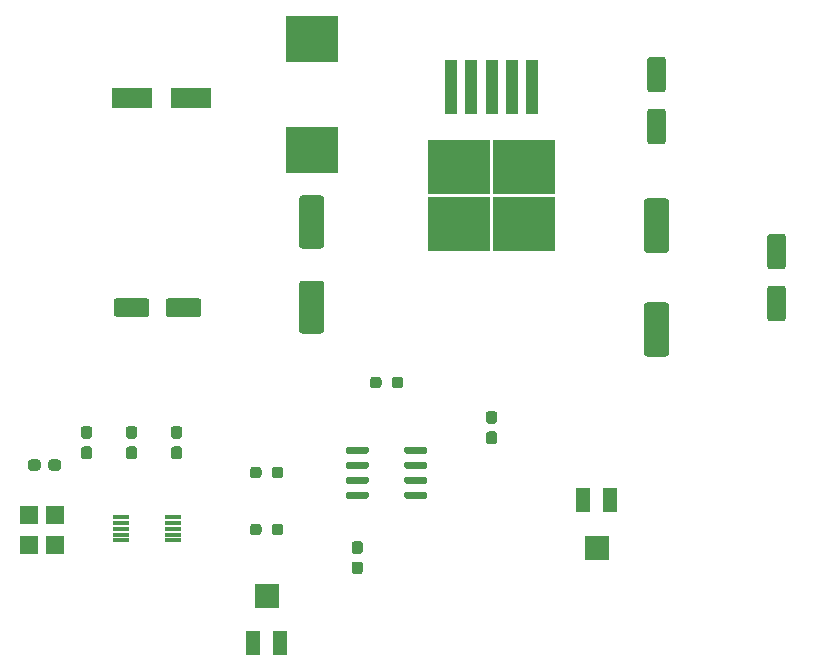
<source format=gbr>
%TF.GenerationSoftware,KiCad,Pcbnew,5.1.9*%
%TF.CreationDate,2021-03-27T23:39:32+08:00*%
%TF.ProjectId,ad-9833,61642d39-3833-4332-9e6b-696361645f70,rev?*%
%TF.SameCoordinates,Original*%
%TF.FileFunction,Paste,Top*%
%TF.FilePolarity,Positive*%
%FSLAX46Y46*%
G04 Gerber Fmt 4.6, Leading zero omitted, Abs format (unit mm)*
G04 Created by KiCad (PCBNEW 5.1.9) date 2021-03-27 23:39:32*
%MOMM*%
%LPD*%
G01*
G04 APERTURE LIST*
%ADD10R,4.500000X4.000000*%
%ADD11R,3.500000X1.800000*%
%ADD12R,1.500000X1.600000*%
%ADD13R,1.300000X2.000000*%
%ADD14R,2.000000X2.000000*%
%ADD15R,1.400000X0.300000*%
%ADD16R,5.250000X4.550000*%
%ADD17R,1.100000X4.600000*%
G04 APERTURE END LIST*
%TO.C,C4*%
G36*
G01*
X83129000Y-92820500D02*
X83129000Y-92345500D01*
G75*
G02*
X83366500Y-92108000I237500J0D01*
G01*
X83966500Y-92108000D01*
G75*
G02*
X84204000Y-92345500I0J-237500D01*
G01*
X84204000Y-92820500D01*
G75*
G02*
X83966500Y-93058000I-237500J0D01*
G01*
X83366500Y-93058000D01*
G75*
G02*
X83129000Y-92820500I0J237500D01*
G01*
G37*
G36*
G01*
X81404000Y-92820500D02*
X81404000Y-92345500D01*
G75*
G02*
X81641500Y-92108000I237500J0D01*
G01*
X82241500Y-92108000D01*
G75*
G02*
X82479000Y-92345500I0J-237500D01*
G01*
X82479000Y-92820500D01*
G75*
G02*
X82241500Y-93058000I-237500J0D01*
G01*
X81641500Y-93058000D01*
G75*
G02*
X81404000Y-92820500I0J237500D01*
G01*
G37*
%TD*%
D10*
%TO.C,L1*%
X105410000Y-65914000D03*
X105410000Y-56514000D03*
%TD*%
D11*
%TO.C,D1*%
X90210000Y-61468000D03*
X95210000Y-61468000D03*
%TD*%
%TO.C,U3*%
G36*
G01*
X113260000Y-91463000D02*
X113260000Y-91163000D01*
G75*
G02*
X113410000Y-91013000I150000J0D01*
G01*
X115060000Y-91013000D01*
G75*
G02*
X115210000Y-91163000I0J-150000D01*
G01*
X115210000Y-91463000D01*
G75*
G02*
X115060000Y-91613000I-150000J0D01*
G01*
X113410000Y-91613000D01*
G75*
G02*
X113260000Y-91463000I0J150000D01*
G01*
G37*
G36*
G01*
X113260000Y-92733000D02*
X113260000Y-92433000D01*
G75*
G02*
X113410000Y-92283000I150000J0D01*
G01*
X115060000Y-92283000D01*
G75*
G02*
X115210000Y-92433000I0J-150000D01*
G01*
X115210000Y-92733000D01*
G75*
G02*
X115060000Y-92883000I-150000J0D01*
G01*
X113410000Y-92883000D01*
G75*
G02*
X113260000Y-92733000I0J150000D01*
G01*
G37*
G36*
G01*
X113260000Y-94003000D02*
X113260000Y-93703000D01*
G75*
G02*
X113410000Y-93553000I150000J0D01*
G01*
X115060000Y-93553000D01*
G75*
G02*
X115210000Y-93703000I0J-150000D01*
G01*
X115210000Y-94003000D01*
G75*
G02*
X115060000Y-94153000I-150000J0D01*
G01*
X113410000Y-94153000D01*
G75*
G02*
X113260000Y-94003000I0J150000D01*
G01*
G37*
G36*
G01*
X113260000Y-95273000D02*
X113260000Y-94973000D01*
G75*
G02*
X113410000Y-94823000I150000J0D01*
G01*
X115060000Y-94823000D01*
G75*
G02*
X115210000Y-94973000I0J-150000D01*
G01*
X115210000Y-95273000D01*
G75*
G02*
X115060000Y-95423000I-150000J0D01*
G01*
X113410000Y-95423000D01*
G75*
G02*
X113260000Y-95273000I0J150000D01*
G01*
G37*
G36*
G01*
X108310000Y-95273000D02*
X108310000Y-94973000D01*
G75*
G02*
X108460000Y-94823000I150000J0D01*
G01*
X110110000Y-94823000D01*
G75*
G02*
X110260000Y-94973000I0J-150000D01*
G01*
X110260000Y-95273000D01*
G75*
G02*
X110110000Y-95423000I-150000J0D01*
G01*
X108460000Y-95423000D01*
G75*
G02*
X108310000Y-95273000I0J150000D01*
G01*
G37*
G36*
G01*
X108310000Y-94003000D02*
X108310000Y-93703000D01*
G75*
G02*
X108460000Y-93553000I150000J0D01*
G01*
X110110000Y-93553000D01*
G75*
G02*
X110260000Y-93703000I0J-150000D01*
G01*
X110260000Y-94003000D01*
G75*
G02*
X110110000Y-94153000I-150000J0D01*
G01*
X108460000Y-94153000D01*
G75*
G02*
X108310000Y-94003000I0J150000D01*
G01*
G37*
G36*
G01*
X108310000Y-92733000D02*
X108310000Y-92433000D01*
G75*
G02*
X108460000Y-92283000I150000J0D01*
G01*
X110110000Y-92283000D01*
G75*
G02*
X110260000Y-92433000I0J-150000D01*
G01*
X110260000Y-92733000D01*
G75*
G02*
X110110000Y-92883000I-150000J0D01*
G01*
X108460000Y-92883000D01*
G75*
G02*
X108310000Y-92733000I0J150000D01*
G01*
G37*
G36*
G01*
X108310000Y-91463000D02*
X108310000Y-91163000D01*
G75*
G02*
X108460000Y-91013000I150000J0D01*
G01*
X110110000Y-91013000D01*
G75*
G02*
X110260000Y-91163000I0J-150000D01*
G01*
X110260000Y-91463000D01*
G75*
G02*
X110110000Y-91613000I-150000J0D01*
G01*
X108460000Y-91613000D01*
G75*
G02*
X108310000Y-91463000I0J150000D01*
G01*
G37*
%TD*%
%TO.C,C3*%
G36*
G01*
X133819999Y-78808000D02*
X135420001Y-78808000D01*
G75*
G02*
X135670000Y-79057999I0J-249999D01*
G01*
X135670000Y-83158001D01*
G75*
G02*
X135420001Y-83408000I-249999J0D01*
G01*
X133819999Y-83408000D01*
G75*
G02*
X133570000Y-83158001I0J249999D01*
G01*
X133570000Y-79057999D01*
G75*
G02*
X133819999Y-78808000I249999J0D01*
G01*
G37*
G36*
G01*
X133819999Y-70008000D02*
X135420001Y-70008000D01*
G75*
G02*
X135670000Y-70257999I0J-249999D01*
G01*
X135670000Y-74358001D01*
G75*
G02*
X135420001Y-74608000I-249999J0D01*
G01*
X133819999Y-74608000D01*
G75*
G02*
X133570000Y-74358001I0J249999D01*
G01*
X133570000Y-70257999D01*
G75*
G02*
X133819999Y-70008000I249999J0D01*
G01*
G37*
%TD*%
%TO.C,C8*%
G36*
G01*
X93070000Y-79798000D02*
X93070000Y-78698000D01*
G75*
G02*
X93320000Y-78448000I250000J0D01*
G01*
X95820000Y-78448000D01*
G75*
G02*
X96070000Y-78698000I0J-250000D01*
G01*
X96070000Y-79798000D01*
G75*
G02*
X95820000Y-80048000I-250000J0D01*
G01*
X93320000Y-80048000D01*
G75*
G02*
X93070000Y-79798000I0J250000D01*
G01*
G37*
G36*
G01*
X88670000Y-79798000D02*
X88670000Y-78698000D01*
G75*
G02*
X88920000Y-78448000I250000J0D01*
G01*
X91420000Y-78448000D01*
G75*
G02*
X91670000Y-78698000I0J-250000D01*
G01*
X91670000Y-79798000D01*
G75*
G02*
X91420000Y-80048000I-250000J0D01*
G01*
X88920000Y-80048000D01*
G75*
G02*
X88670000Y-79798000I0J250000D01*
G01*
G37*
%TD*%
%TO.C,C2*%
G36*
G01*
X144230000Y-77408000D02*
X145330000Y-77408000D01*
G75*
G02*
X145580000Y-77658000I0J-250000D01*
G01*
X145580000Y-80158000D01*
G75*
G02*
X145330000Y-80408000I-250000J0D01*
G01*
X144230000Y-80408000D01*
G75*
G02*
X143980000Y-80158000I0J250000D01*
G01*
X143980000Y-77658000D01*
G75*
G02*
X144230000Y-77408000I250000J0D01*
G01*
G37*
G36*
G01*
X144230000Y-73008000D02*
X145330000Y-73008000D01*
G75*
G02*
X145580000Y-73258000I0J-250000D01*
G01*
X145580000Y-75758000D01*
G75*
G02*
X145330000Y-76008000I-250000J0D01*
G01*
X144230000Y-76008000D01*
G75*
G02*
X143980000Y-75758000I0J250000D01*
G01*
X143980000Y-73258000D01*
G75*
G02*
X144230000Y-73008000I250000J0D01*
G01*
G37*
%TD*%
%TO.C,C1*%
G36*
G01*
X134070000Y-62422000D02*
X135170000Y-62422000D01*
G75*
G02*
X135420000Y-62672000I0J-250000D01*
G01*
X135420000Y-65172000D01*
G75*
G02*
X135170000Y-65422000I-250000J0D01*
G01*
X134070000Y-65422000D01*
G75*
G02*
X133820000Y-65172000I0J250000D01*
G01*
X133820000Y-62672000D01*
G75*
G02*
X134070000Y-62422000I250000J0D01*
G01*
G37*
G36*
G01*
X134070000Y-58022000D02*
X135170000Y-58022000D01*
G75*
G02*
X135420000Y-58272000I0J-250000D01*
G01*
X135420000Y-60772000D01*
G75*
G02*
X135170000Y-61022000I-250000J0D01*
G01*
X134070000Y-61022000D01*
G75*
G02*
X133820000Y-60772000I0J250000D01*
G01*
X133820000Y-58272000D01*
G75*
G02*
X134070000Y-58022000I250000J0D01*
G01*
G37*
%TD*%
D12*
%TO.C,X1*%
X83650000Y-96774000D03*
X83650000Y-99314000D03*
X81450000Y-99314000D03*
X81450000Y-96774000D03*
%TD*%
%TO.C,C5*%
G36*
G01*
X104609999Y-76959000D02*
X106210001Y-76959000D01*
G75*
G02*
X106460000Y-77208999I0J-249999D01*
G01*
X106460000Y-81209001D01*
G75*
G02*
X106210001Y-81459000I-249999J0D01*
G01*
X104609999Y-81459000D01*
G75*
G02*
X104360000Y-81209001I0J249999D01*
G01*
X104360000Y-77208999D01*
G75*
G02*
X104609999Y-76959000I249999J0D01*
G01*
G37*
G36*
G01*
X104609999Y-69759000D02*
X106210001Y-69759000D01*
G75*
G02*
X106460000Y-70008999I0J-249999D01*
G01*
X106460000Y-74009001D01*
G75*
G02*
X106210001Y-74259000I-249999J0D01*
G01*
X104609999Y-74259000D01*
G75*
G02*
X104360000Y-74009001I0J249999D01*
G01*
X104360000Y-70008999D01*
G75*
G02*
X104609999Y-69759000I249999J0D01*
G01*
G37*
%TD*%
D13*
%TO.C,RV2*%
X130690000Y-95568000D03*
D14*
X129540000Y-99568000D03*
D13*
X128390000Y-95568000D03*
%TD*%
%TO.C,RV1*%
X100450000Y-107664000D03*
D14*
X101600000Y-103664000D03*
D13*
X102750000Y-107664000D03*
%TD*%
D15*
%TO.C,U2*%
X93640000Y-96968000D03*
X93640000Y-97468000D03*
X93640000Y-97968000D03*
X93640000Y-98468000D03*
X93640000Y-98968000D03*
X89240000Y-98968000D03*
X89240000Y-98468000D03*
X89240000Y-97968000D03*
X89240000Y-97468000D03*
X89240000Y-96968000D03*
%TD*%
D16*
%TO.C,U1*%
X117875000Y-67313000D03*
X123425000Y-72163000D03*
X123425000Y-67313000D03*
X117875000Y-72163000D03*
D17*
X117250000Y-60588000D03*
X118950000Y-60588000D03*
X120650000Y-60588000D03*
X122350000Y-60588000D03*
X124050000Y-60588000D03*
%TD*%
%TO.C,R3*%
G36*
G01*
X112185000Y-85835500D02*
X112185000Y-85360500D01*
G75*
G02*
X112422500Y-85123000I237500J0D01*
G01*
X112922500Y-85123000D01*
G75*
G02*
X113160000Y-85360500I0J-237500D01*
G01*
X113160000Y-85835500D01*
G75*
G02*
X112922500Y-86073000I-237500J0D01*
G01*
X112422500Y-86073000D01*
G75*
G02*
X112185000Y-85835500I0J237500D01*
G01*
G37*
G36*
G01*
X110360000Y-85835500D02*
X110360000Y-85360500D01*
G75*
G02*
X110597500Y-85123000I237500J0D01*
G01*
X111097500Y-85123000D01*
G75*
G02*
X111335000Y-85360500I0J-237500D01*
G01*
X111335000Y-85835500D01*
G75*
G02*
X111097500Y-86073000I-237500J0D01*
G01*
X110597500Y-86073000D01*
G75*
G02*
X110360000Y-85835500I0J237500D01*
G01*
G37*
%TD*%
%TO.C,R2*%
G36*
G01*
X101175000Y-97806500D02*
X101175000Y-98281500D01*
G75*
G02*
X100937500Y-98519000I-237500J0D01*
G01*
X100437500Y-98519000D01*
G75*
G02*
X100200000Y-98281500I0J237500D01*
G01*
X100200000Y-97806500D01*
G75*
G02*
X100437500Y-97569000I237500J0D01*
G01*
X100937500Y-97569000D01*
G75*
G02*
X101175000Y-97806500I0J-237500D01*
G01*
G37*
G36*
G01*
X103000000Y-97806500D02*
X103000000Y-98281500D01*
G75*
G02*
X102762500Y-98519000I-237500J0D01*
G01*
X102262500Y-98519000D01*
G75*
G02*
X102025000Y-98281500I0J237500D01*
G01*
X102025000Y-97806500D01*
G75*
G02*
X102262500Y-97569000I237500J0D01*
G01*
X102762500Y-97569000D01*
G75*
G02*
X103000000Y-97806500I0J-237500D01*
G01*
G37*
%TD*%
%TO.C,R1*%
G36*
G01*
X101175000Y-92980500D02*
X101175000Y-93455500D01*
G75*
G02*
X100937500Y-93693000I-237500J0D01*
G01*
X100437500Y-93693000D01*
G75*
G02*
X100200000Y-93455500I0J237500D01*
G01*
X100200000Y-92980500D01*
G75*
G02*
X100437500Y-92743000I237500J0D01*
G01*
X100937500Y-92743000D01*
G75*
G02*
X101175000Y-92980500I0J-237500D01*
G01*
G37*
G36*
G01*
X103000000Y-92980500D02*
X103000000Y-93455500D01*
G75*
G02*
X102762500Y-93693000I-237500J0D01*
G01*
X102262500Y-93693000D01*
G75*
G02*
X102025000Y-93455500I0J237500D01*
G01*
X102025000Y-92980500D01*
G75*
G02*
X102262500Y-92743000I237500J0D01*
G01*
X102762500Y-92743000D01*
G75*
G02*
X103000000Y-92980500I0J-237500D01*
G01*
G37*
%TD*%
%TO.C,C11*%
G36*
G01*
X109047500Y-100755500D02*
X109522500Y-100755500D01*
G75*
G02*
X109760000Y-100993000I0J-237500D01*
G01*
X109760000Y-101593000D01*
G75*
G02*
X109522500Y-101830500I-237500J0D01*
G01*
X109047500Y-101830500D01*
G75*
G02*
X108810000Y-101593000I0J237500D01*
G01*
X108810000Y-100993000D01*
G75*
G02*
X109047500Y-100755500I237500J0D01*
G01*
G37*
G36*
G01*
X109047500Y-99030500D02*
X109522500Y-99030500D01*
G75*
G02*
X109760000Y-99268000I0J-237500D01*
G01*
X109760000Y-99868000D01*
G75*
G02*
X109522500Y-100105500I-237500J0D01*
G01*
X109047500Y-100105500D01*
G75*
G02*
X108810000Y-99868000I0J237500D01*
G01*
X108810000Y-99268000D01*
G75*
G02*
X109047500Y-99030500I237500J0D01*
G01*
G37*
%TD*%
%TO.C,C10*%
G36*
G01*
X120887500Y-89083000D02*
X120412500Y-89083000D01*
G75*
G02*
X120175000Y-88845500I0J237500D01*
G01*
X120175000Y-88245500D01*
G75*
G02*
X120412500Y-88008000I237500J0D01*
G01*
X120887500Y-88008000D01*
G75*
G02*
X121125000Y-88245500I0J-237500D01*
G01*
X121125000Y-88845500D01*
G75*
G02*
X120887500Y-89083000I-237500J0D01*
G01*
G37*
G36*
G01*
X120887500Y-90808000D02*
X120412500Y-90808000D01*
G75*
G02*
X120175000Y-90570500I0J237500D01*
G01*
X120175000Y-89970500D01*
G75*
G02*
X120412500Y-89733000I237500J0D01*
G01*
X120887500Y-89733000D01*
G75*
G02*
X121125000Y-89970500I0J-237500D01*
G01*
X121125000Y-90570500D01*
G75*
G02*
X120887500Y-90808000I-237500J0D01*
G01*
G37*
%TD*%
%TO.C,C9*%
G36*
G01*
X89932500Y-91003000D02*
X90407500Y-91003000D01*
G75*
G02*
X90645000Y-91240500I0J-237500D01*
G01*
X90645000Y-91840500D01*
G75*
G02*
X90407500Y-92078000I-237500J0D01*
G01*
X89932500Y-92078000D01*
G75*
G02*
X89695000Y-91840500I0J237500D01*
G01*
X89695000Y-91240500D01*
G75*
G02*
X89932500Y-91003000I237500J0D01*
G01*
G37*
G36*
G01*
X89932500Y-89278000D02*
X90407500Y-89278000D01*
G75*
G02*
X90645000Y-89515500I0J-237500D01*
G01*
X90645000Y-90115500D01*
G75*
G02*
X90407500Y-90353000I-237500J0D01*
G01*
X89932500Y-90353000D01*
G75*
G02*
X89695000Y-90115500I0J237500D01*
G01*
X89695000Y-89515500D01*
G75*
G02*
X89932500Y-89278000I237500J0D01*
G01*
G37*
%TD*%
%TO.C,C7*%
G36*
G01*
X93742500Y-91003000D02*
X94217500Y-91003000D01*
G75*
G02*
X94455000Y-91240500I0J-237500D01*
G01*
X94455000Y-91840500D01*
G75*
G02*
X94217500Y-92078000I-237500J0D01*
G01*
X93742500Y-92078000D01*
G75*
G02*
X93505000Y-91840500I0J237500D01*
G01*
X93505000Y-91240500D01*
G75*
G02*
X93742500Y-91003000I237500J0D01*
G01*
G37*
G36*
G01*
X93742500Y-89278000D02*
X94217500Y-89278000D01*
G75*
G02*
X94455000Y-89515500I0J-237500D01*
G01*
X94455000Y-90115500D01*
G75*
G02*
X94217500Y-90353000I-237500J0D01*
G01*
X93742500Y-90353000D01*
G75*
G02*
X93505000Y-90115500I0J237500D01*
G01*
X93505000Y-89515500D01*
G75*
G02*
X93742500Y-89278000I237500J0D01*
G01*
G37*
%TD*%
%TO.C,C6*%
G36*
G01*
X86122500Y-91003000D02*
X86597500Y-91003000D01*
G75*
G02*
X86835000Y-91240500I0J-237500D01*
G01*
X86835000Y-91840500D01*
G75*
G02*
X86597500Y-92078000I-237500J0D01*
G01*
X86122500Y-92078000D01*
G75*
G02*
X85885000Y-91840500I0J237500D01*
G01*
X85885000Y-91240500D01*
G75*
G02*
X86122500Y-91003000I237500J0D01*
G01*
G37*
G36*
G01*
X86122500Y-89278000D02*
X86597500Y-89278000D01*
G75*
G02*
X86835000Y-89515500I0J-237500D01*
G01*
X86835000Y-90115500D01*
G75*
G02*
X86597500Y-90353000I-237500J0D01*
G01*
X86122500Y-90353000D01*
G75*
G02*
X85885000Y-90115500I0J237500D01*
G01*
X85885000Y-89515500D01*
G75*
G02*
X86122500Y-89278000I237500J0D01*
G01*
G37*
%TD*%
M02*

</source>
